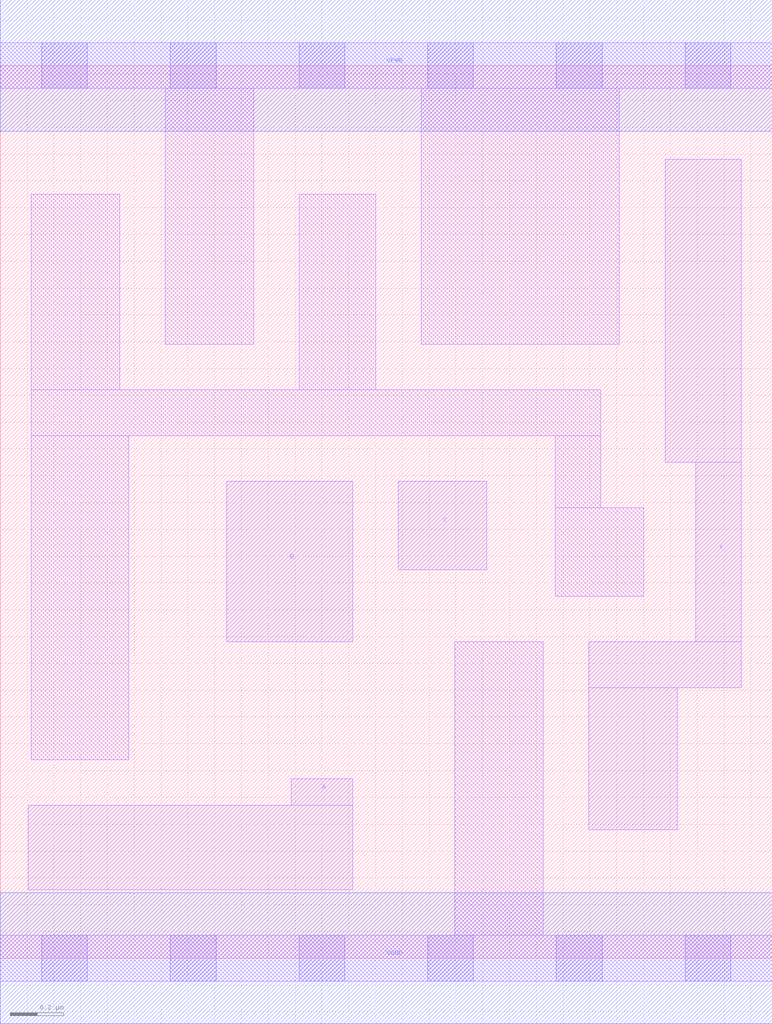
<source format=lef>
# Copyright 2020 The SkyWater PDK Authors
#
# Licensed under the Apache License, Version 2.0 (the "License");
# you may not use this file except in compliance with the License.
# You may obtain a copy of the License at
#
#     https://www.apache.org/licenses/LICENSE-2.0
#
# Unless required by applicable law or agreed to in writing, software
# distributed under the License is distributed on an "AS IS" BASIS,
# WITHOUT WARRANTIES OR CONDITIONS OF ANY KIND, either express or implied.
# See the License for the specific language governing permissions and
# limitations under the License.
#
# SPDX-License-Identifier: Apache-2.0

VERSION 5.5 ;
NAMESCASESENSITIVE ON ;
BUSBITCHARS "[]" ;
DIVIDERCHAR "/" ;
MACRO sky130_fd_sc_ls__and3_1
  CLASS CORE ;
  SOURCE USER ;
  ORIGIN  0.000000  0.000000 ;
  SIZE  2.880000 BY  3.330000 ;
  SYMMETRY X Y ;
  SITE unit ;
  PIN A
    ANTENNAGATEAREA  0.222000 ;
    DIRECTION INPUT ;
    USE SIGNAL ;
    PORT
      LAYER li1 ;
        RECT 0.105000 0.255000 1.315000 0.570000 ;
        RECT 1.085000 0.570000 1.315000 0.670000 ;
    END
  END A
  PIN B
    ANTENNAGATEAREA  0.222000 ;
    DIRECTION INPUT ;
    USE SIGNAL ;
    PORT
      LAYER li1 ;
        RECT 0.845000 1.180000 1.315000 1.780000 ;
    END
  END B
  PIN C
    ANTENNAGATEAREA  0.222000 ;
    DIRECTION INPUT ;
    USE SIGNAL ;
    PORT
      LAYER li1 ;
        RECT 1.485000 1.450000 1.815000 1.780000 ;
    END
  END C
  PIN X
    ANTENNADIFFAREA  0.541300 ;
    DIRECTION OUTPUT ;
    USE SIGNAL ;
    PORT
      LAYER li1 ;
        RECT 2.195000 0.480000 2.525000 1.010000 ;
        RECT 2.195000 1.010000 2.765000 1.180000 ;
        RECT 2.480000 1.850000 2.765000 2.980000 ;
        RECT 2.595000 1.180000 2.765000 1.850000 ;
    END
  END X
  PIN VGND
    DIRECTION INOUT ;
    SHAPE ABUTMENT ;
    USE GROUND ;
    PORT
      LAYER met1 ;
        RECT 0.000000 -0.245000 2.880000 0.245000 ;
    END
  END VGND
  PIN VNB
    DIRECTION INOUT ;
    USE GROUND ;
    PORT
    END
  END VNB
  PIN VPB
    DIRECTION INOUT ;
    USE POWER ;
    PORT
    END
  END VPB
  PIN VPWR
    DIRECTION INOUT ;
    SHAPE ABUTMENT ;
    USE POWER ;
    PORT
      LAYER met1 ;
        RECT 0.000000 3.085000 2.880000 3.575000 ;
    END
  END VPWR
  OBS
    LAYER li1 ;
      RECT 0.000000 -0.085000 2.880000 0.085000 ;
      RECT 0.000000  3.245000 2.880000 3.415000 ;
      RECT 0.115000  0.740000 0.480000 1.950000 ;
      RECT 0.115000  1.950000 2.240000 2.120000 ;
      RECT 0.115000  2.120000 0.445000 2.850000 ;
      RECT 0.615000  2.290000 0.945000 3.245000 ;
      RECT 1.115000  2.120000 1.400000 2.850000 ;
      RECT 1.570000  2.290000 2.310000 3.245000 ;
      RECT 1.695000  0.085000 2.025000 1.180000 ;
      RECT 2.070000  1.350000 2.400000 1.680000 ;
      RECT 2.070000  1.680000 2.240000 1.950000 ;
    LAYER mcon ;
      RECT 0.155000 -0.085000 0.325000 0.085000 ;
      RECT 0.155000  3.245000 0.325000 3.415000 ;
      RECT 0.635000 -0.085000 0.805000 0.085000 ;
      RECT 0.635000  3.245000 0.805000 3.415000 ;
      RECT 1.115000 -0.085000 1.285000 0.085000 ;
      RECT 1.115000  3.245000 1.285000 3.415000 ;
      RECT 1.595000 -0.085000 1.765000 0.085000 ;
      RECT 1.595000  3.245000 1.765000 3.415000 ;
      RECT 2.075000 -0.085000 2.245000 0.085000 ;
      RECT 2.075000  3.245000 2.245000 3.415000 ;
      RECT 2.555000 -0.085000 2.725000 0.085000 ;
      RECT 2.555000  3.245000 2.725000 3.415000 ;
  END
END sky130_fd_sc_ls__and3_1
END LIBRARY

</source>
